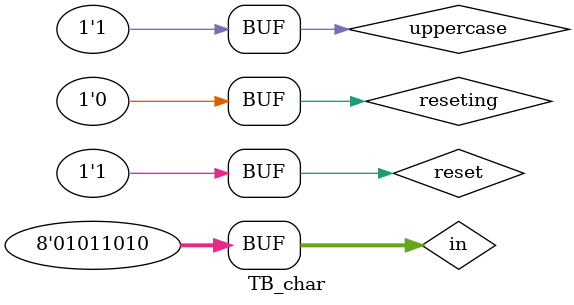
<source format=v>
`timescale 1 ns/100 ps
module clkgen(input reset, output reg clk);
	always
		begin
		
		if(reset==1'b0)
		#1	clk=1'b0;
		else
		#5	clk = !clk;
		end
endmodule

module TB_char();


wire clk,up,donw,right,left,enter,back,shift;
wire [6:0] out;
reg [7:0]in;
reg reset,uppercase,reseting;
 

clkgen inputs( reset, clk);
chat testing( 	.clk(clk), 		//input  wire clk,
				.reset(reseting),  //input  wire reset,
				.in(in),	 	//input  wire [7:0]in,
				.out(out), 		//output reg [6:0]out,
				.up(up), 		//output reg up,
				.donw(donw),	//output reg donw,
				.right(right), 	//output reg right,
				.left(left),	//output reg left,
				.enter(enter),	//output reg enter,
				.back(back), 	//output reg back,
				.shift(shift), 	//output reg shift,
				.uppercase(uppercase)	//input wire uppercase
);

	initial begin
reset=1'd0;
uppercase=0; 
reseting=1;
#10;
reset=1'd1;
reseting=0;
#10;
in=8'h12;//left shift key
#10;
in=8'h59;//right shift key
#10
in=8'h75; //up
#10
in=8'h72;//down
#10
in=8'h6b;//left
#10
in=8'h74;//right
#10
in=8'h5a;//enter
#10
in=8'h66;//backspace
#10;
in=8'h5A;//'z'
#10
in=8'h1c; //'a'
#10;
uppercase=1; 
in=8'h1c; //'A'
#10;
in=8'h5A; //'Z'
#10;
	end
endmodule
</source>
